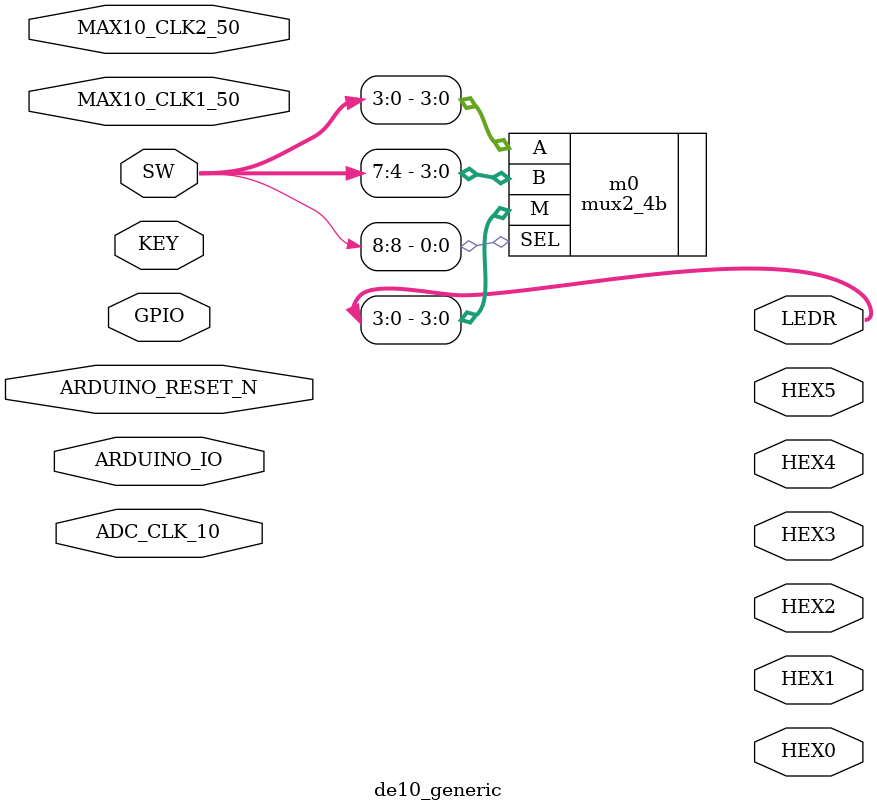
<source format=v>


module de10_generic(

	//////////// CLOCK //////////
	input 		          		ADC_CLK_10,
	input 		          		MAX10_CLK1_50,
	input 		          		MAX10_CLK2_50,

	//////////// SEG7 //////////
	output		     [7:0]		HEX0,
	output		     [7:0]		HEX1,
	output		     [7:0]		HEX2,
	output		     [7:0]		HEX3,
	output		     [7:0]		HEX4,
	output		     [7:0]		HEX5,

	//////////// KEY //////////
	input 		     [1:0]		KEY,

	//////////// LED //////////
	output		     [9:0]		LEDR,

	//////////// SW //////////
	input 		     [9:0]		SW,

	//////////// Arduino //////////
	inout 		    [15:0]		ARDUINO_IO,
	inout 		          		ARDUINO_RESET_N,

	//////////// GPIO, GPIO connect to GPIO Default //////////
	inout 		    [35:0]		GPIO
);



//=======================================================
//  REG/WIRE declarations
//=======================================================
mux2_4b m0 (.A(SW[3:0]), .B(SW[7:4]), .SEL(SW[8]), .M(LEDR[3:0]));



//=======================================================
//  Structural coding
//=======================================================

endmodule

</source>
